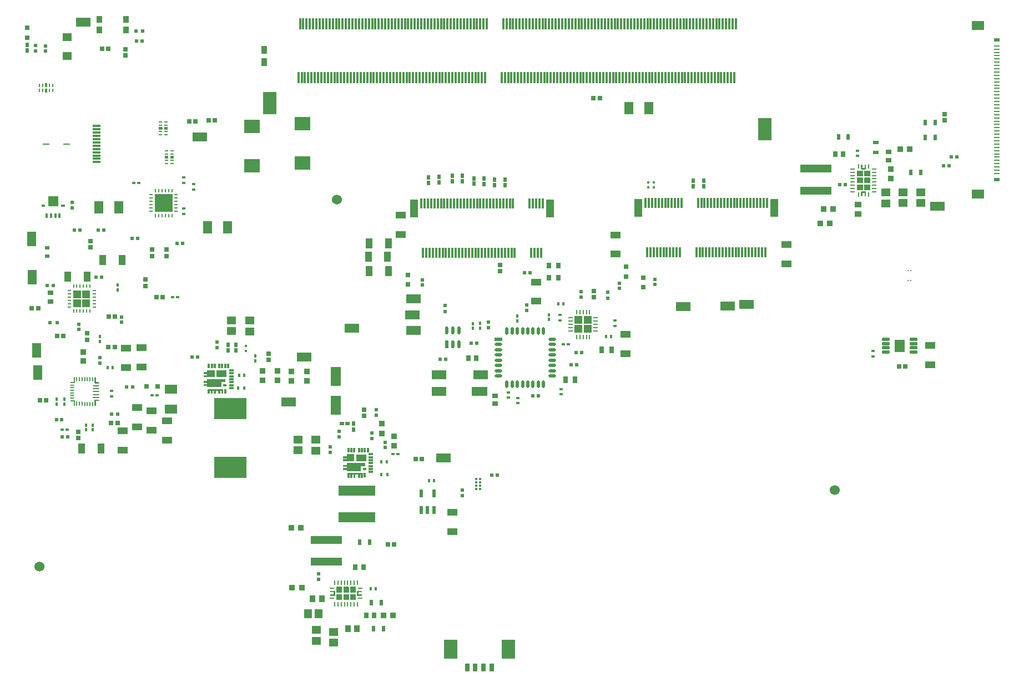
<source format=gbr>
%TF.GenerationSoftware,Altium Limited,Altium Designer,25.8.1 (18)*%
G04 Layer_Color=8421504*
%FSLAX45Y45*%
%MOMM*%
%TF.SameCoordinates,716D66D7-A0E9-4909-A487-8E51579E39AF*%
%TF.FilePolarity,Positive*%
%TF.FileFunction,Paste,Top*%
%TF.Part,Single*%
G01*
G75*
%TA.AperFunction,SMDPad,CuDef*%
%ADD10R,2.00000X3.50000*%
%ADD11R,0.30000X1.75000*%
%ADD12R,0.95814X0.91213*%
%ADD13R,0.70000X0.65000*%
%ADD14R,0.92000X1.30000*%
%ADD15R,0.67248X0.71535*%
%ADD16R,0.30000X0.72500*%
%ADD17R,0.57247X0.61535*%
%ADD18C,0.82688*%
%ADD19R,1.45620X1.25464*%
%ADD20R,2.33000X1.99000*%
%ADD21R,0.61535X0.57247*%
G04:AMPARAMS|DCode=22|XSize=0.2mm|YSize=1mm|CornerRadius=0.05mm|HoleSize=0mm|Usage=FLASHONLY|Rotation=270.000|XOffset=0mm|YOffset=0mm|HoleType=Round|Shape=RoundedRectangle|*
%AMROUNDEDRECTD22*
21,1,0.20000,0.90000,0,0,270.0*
21,1,0.10000,1.00000,0,0,270.0*
1,1,0.10000,-0.45000,-0.05000*
1,1,0.10000,-0.45000,0.05000*
1,1,0.10000,0.45000,0.05000*
1,1,0.10000,0.45000,-0.05000*
%
%ADD22ROUNDEDRECTD22*%
%ADD23C,1.52400*%
%ADD24R,0.28000X0.25000*%
%ADD25R,1.60000X1.05000*%
%ADD26R,0.50000X0.40000*%
%ADD27R,0.71535X0.67248*%
G04:AMPARAMS|DCode=28|XSize=0.45mm|YSize=1.15mm|CornerRadius=0.0495mm|HoleSize=0mm|Usage=FLASHONLY|Rotation=90.000|XOffset=0mm|YOffset=0mm|HoleType=Round|Shape=RoundedRectangle|*
%AMROUNDEDRECTD28*
21,1,0.45000,1.05100,0,0,90.0*
21,1,0.35100,1.15000,0,0,90.0*
1,1,0.09900,0.52550,0.17550*
1,1,0.09900,0.52550,-0.17550*
1,1,0.09900,-0.52550,-0.17550*
1,1,0.09900,-0.52550,0.17550*
%
%ADD28ROUNDEDRECTD28*%
G04:AMPARAMS|DCode=29|XSize=1.57mm|YSize=1.89mm|CornerRadius=0.0471mm|HoleSize=0mm|Usage=FLASHONLY|Rotation=0.000|XOffset=0mm|YOffset=0mm|HoleType=Round|Shape=RoundedRectangle|*
%AMROUNDEDRECTD29*
21,1,1.57000,1.79580,0,0,0.0*
21,1,1.47580,1.89000,0,0,0.0*
1,1,0.09420,0.73790,-0.89790*
1,1,0.09420,-0.73790,-0.89790*
1,1,0.09420,-0.73790,0.89790*
1,1,0.09420,0.73790,0.89790*
%
%ADD29ROUNDEDRECTD29*%
%ADD30R,0.45000X0.50000*%
%ADD31R,1.85000X1.35000*%
%ADD32R,0.50000X0.45000*%
%ADD33R,4.95300X3.17500*%
%ADD34R,0.91213X0.95814*%
%ADD35R,1.60000X3.00000*%
%ADD36R,2.20000X1.40000*%
%ADD37R,0.65000X0.70000*%
G04:AMPARAMS|DCode=38|XSize=0.24mm|YSize=0.58mm|CornerRadius=0.0504mm|HoleSize=0mm|Usage=FLASHONLY|Rotation=0.000|XOffset=0mm|YOffset=0mm|HoleType=Round|Shape=RoundedRectangle|*
%AMROUNDEDRECTD38*
21,1,0.24000,0.47920,0,0,0.0*
21,1,0.13920,0.58000,0,0,0.0*
1,1,0.10080,0.06960,-0.23960*
1,1,0.10080,-0.06960,-0.23960*
1,1,0.10080,-0.06960,0.23960*
1,1,0.10080,0.06960,0.23960*
%
%ADD38ROUNDEDRECTD38*%
%ADD39R,1.05000X1.60000*%
%ADD40R,0.47247X0.51535*%
%ADD41R,0.30000X1.55000*%
%ADD42R,0.80000X0.90000*%
G04:AMPARAMS|DCode=43|XSize=0.3mm|YSize=1.55mm|CornerRadius=0.0225mm|HoleSize=0mm|Usage=FLASHONLY|Rotation=0.000|XOffset=0mm|YOffset=0mm|HoleType=Round|Shape=RoundedRectangle|*
%AMROUNDEDRECTD43*
21,1,0.30000,1.50500,0,0,0.0*
21,1,0.25500,1.55000,0,0,0.0*
1,1,0.04500,0.12750,-0.75250*
1,1,0.04500,-0.12750,-0.75250*
1,1,0.04500,-0.12750,0.75250*
1,1,0.04500,0.12750,0.75250*
%
%ADD43ROUNDEDRECTD43*%
%ADD44R,0.90000X0.25000*%
%ADD45R,1.90000X1.40000*%
%ADD46R,0.90000X0.55000*%
%ADD47R,0.50000X0.90000*%
%ADD48R,0.95872X0.91213*%
%ADD49R,0.90000X0.50000*%
G04:AMPARAMS|DCode=51|XSize=0.24mm|YSize=0.6mm|CornerRadius=0.0504mm|HoleSize=0mm|Usage=FLASHONLY|Rotation=0.000|XOffset=0mm|YOffset=0mm|HoleType=Round|Shape=RoundedRectangle|*
%AMROUNDEDRECTD51*
21,1,0.24000,0.49920,0,0,0.0*
21,1,0.13920,0.60000,0,0,0.0*
1,1,0.10080,0.06960,-0.24960*
1,1,0.10080,-0.06960,-0.24960*
1,1,0.10080,-0.06960,0.24960*
1,1,0.10080,0.06960,0.24960*
%
%ADD51ROUNDEDRECTD51*%
%ADD52R,1.05000X0.95000*%
G04:AMPARAMS|DCode=54|XSize=0.24mm|YSize=0.6mm|CornerRadius=0.0504mm|HoleSize=0mm|Usage=FLASHONLY|Rotation=90.000|XOffset=0mm|YOffset=0mm|HoleType=Round|Shape=RoundedRectangle|*
%AMROUNDEDRECTD54*
21,1,0.24000,0.49920,0,0,90.0*
21,1,0.13920,0.60000,0,0,90.0*
1,1,0.10080,0.24960,0.06960*
1,1,0.10080,0.24960,-0.06960*
1,1,0.10080,-0.24960,-0.06960*
1,1,0.10080,-0.24960,0.06960*
%
%ADD54ROUNDEDRECTD54*%
G04:AMPARAMS|DCode=55|XSize=0.48583mm|YSize=1.18828mm|CornerRadius=0.24292mm|HoleSize=0mm|Usage=FLASHONLY|Rotation=0.000|XOffset=0mm|YOffset=0mm|HoleType=Round|Shape=RoundedRectangle|*
%AMROUNDEDRECTD55*
21,1,0.48583,0.70245,0,0,0.0*
21,1,0.00000,1.18828,0,0,0.0*
1,1,0.48583,0.00000,-0.35123*
1,1,0.48583,0.00000,-0.35123*
1,1,0.48583,0.00000,0.35123*
1,1,0.48583,0.00000,0.35123*
%
%ADD55ROUNDEDRECTD55*%
G04:AMPARAMS|DCode=56|XSize=1.18828mm|YSize=0.48583mm|CornerRadius=0.24292mm|HoleSize=0mm|Usage=FLASHONLY|Rotation=0.000|XOffset=0mm|YOffset=0mm|HoleType=Round|Shape=RoundedRectangle|*
%AMROUNDEDRECTD56*
21,1,1.18828,0.00000,0,0,0.0*
21,1,0.70245,0.48583,0,0,0.0*
1,1,0.48583,0.35123,0.00000*
1,1,0.48583,-0.35123,0.00000*
1,1,0.48583,-0.35123,0.00000*
1,1,0.48583,0.35123,0.00000*
%
%ADD56ROUNDEDRECTD56*%
%ADD57R,1.18828X0.48583*%
%ADD58R,0.75000X0.90000*%
%ADD59R,0.90000X0.75000*%
G04:AMPARAMS|DCode=60|XSize=1.20524mm|YSize=0.52981mm|CornerRadius=0.2649mm|HoleSize=0mm|Usage=FLASHONLY|Rotation=90.000|XOffset=0mm|YOffset=0mm|HoleType=Round|Shape=RoundedRectangle|*
%AMROUNDEDRECTD60*
21,1,1.20524,0.00000,0,0,90.0*
21,1,0.67543,0.52981,0,0,90.0*
1,1,0.52980,0.00000,0.33772*
1,1,0.52980,0.00000,-0.33772*
1,1,0.52980,0.00000,-0.33772*
1,1,0.52980,0.00000,0.33772*
%
%ADD60ROUNDEDRECTD60*%
%TA.AperFunction,ConnectorPad*%
%ADD61R,0.80000X1.30000*%
%TA.AperFunction,SMDPad,CuDef*%
%ADD62R,0.42000X0.31000*%
%ADD64R,0.60000X0.50000*%
%ADD66R,0.25000X0.60000*%
%ADD67R,0.60000X0.25000*%
%ADD68R,2.70000X2.70000*%
%ADD69R,0.90000X1.00000*%
%ADD70R,1.40000X1.30000*%
%ADD71R,1.20000X0.30000*%
%ADD72R,1.00000X0.20000*%
%ADD74R,0.80000X0.80000*%
%ADD75R,0.52000X0.56000*%
%ADD77R,1.40000X2.20000*%
%ADD78R,0.65000X0.60000*%
%ADD79R,0.60000X0.65000*%
%ADD80R,0.72500X0.30000*%
%ADD81R,1.57500X1.05000*%
%ADD82R,0.40000X0.50000*%
%ADD83R,0.45000X0.60000*%
G04:AMPARAMS|DCode=84|XSize=1.21mm|YSize=0.59mm|CornerRadius=0.07375mm|HoleSize=0mm|Usage=FLASHONLY|Rotation=90.000|XOffset=0mm|YOffset=0mm|HoleType=Round|Shape=RoundedRectangle|*
%AMROUNDEDRECTD84*
21,1,1.21000,0.44250,0,0,90.0*
21,1,1.06250,0.59000,0,0,90.0*
1,1,0.14750,0.22125,0.53125*
1,1,0.14750,0.22125,-0.53125*
1,1,0.14750,-0.22125,-0.53125*
1,1,0.14750,-0.22125,0.53125*
%
%ADD84ROUNDEDRECTD84*%
%ADD85C,1.08000*%
%ADD86R,0.95000X1.05000*%
%ADD87R,1.25464X1.45620*%
%TA.AperFunction,ConnectorPad*%
%ADD88R,0.71535X0.67248*%
%TA.AperFunction,SMDPad,CuDef*%
%ADD89R,0.95000X0.85000*%
G04:AMPARAMS|DCode=90|XSize=0.2mm|YSize=0.6mm|CornerRadius=0.05mm|HoleSize=0mm|Usage=FLASHONLY|Rotation=270.000|XOffset=0mm|YOffset=0mm|HoleType=Round|Shape=RoundedRectangle|*
%AMROUNDEDRECTD90*
21,1,0.20000,0.50000,0,0,270.0*
21,1,0.10000,0.60000,0,0,270.0*
1,1,0.10000,-0.25000,-0.05000*
1,1,0.10000,-0.25000,0.05000*
1,1,0.10000,0.25000,0.05000*
1,1,0.10000,0.25000,-0.05000*
%
%ADD90ROUNDEDRECTD90*%
%ADD91R,0.51535X0.47247*%
%ADD92R,0.76000X0.72000*%
G04:AMPARAMS|DCode=93|XSize=0.6mm|YSize=0.24mm|CornerRadius=0.0504mm|HoleSize=0mm|Usage=FLASHONLY|Rotation=270.000|XOffset=0mm|YOffset=0mm|HoleType=Round|Shape=RoundedRectangle|*
%AMROUNDEDRECTD93*
21,1,0.60000,0.13920,0,0,270.0*
21,1,0.49920,0.24000,0,0,270.0*
1,1,0.10080,-0.06960,-0.24960*
1,1,0.10080,-0.06960,0.24960*
1,1,0.10080,0.06960,0.24960*
1,1,0.10080,0.06960,-0.24960*
%
%ADD93ROUNDEDRECTD93*%
%ADD94R,4.70000X1.18000*%
%ADD95R,5.60000X1.55000*%
%ADD96R,0.50000X0.55000*%
%ADD97R,0.52981X1.20524*%
G04:AMPARAMS|DCode=98|XSize=0.6mm|YSize=0.24mm|CornerRadius=0.0504mm|HoleSize=0mm|Usage=FLASHONLY|Rotation=0.000|XOffset=0mm|YOffset=0mm|HoleType=Round|Shape=RoundedRectangle|*
%AMROUNDEDRECTD98*
21,1,0.60000,0.13920,0,0,0.0*
21,1,0.49920,0.24000,0,0,0.0*
1,1,0.10080,0.24960,-0.06960*
1,1,0.10080,-0.24960,-0.06960*
1,1,0.10080,-0.24960,0.06960*
1,1,0.10080,0.24960,0.06960*
%
%ADD98ROUNDEDRECTD98*%
%ADD99R,0.80000X0.80000*%
G04:AMPARAMS|DCode=100|XSize=0.65mm|YSize=0.2mm|CornerRadius=0.05mm|HoleSize=0mm|Usage=FLASHONLY|Rotation=270.000|XOffset=0mm|YOffset=0mm|HoleType=Round|Shape=RoundedRectangle|*
%AMROUNDEDRECTD100*
21,1,0.65000,0.10000,0,0,270.0*
21,1,0.55000,0.20000,0,0,270.0*
1,1,0.10000,-0.05000,-0.27500*
1,1,0.10000,-0.05000,0.27500*
1,1,0.10000,0.05000,0.27500*
1,1,0.10000,0.05000,-0.27500*
%
%ADD100ROUNDEDRECTD100*%
G04:AMPARAMS|DCode=101|XSize=0.6mm|YSize=0.2mm|CornerRadius=0.05mm|HoleSize=0mm|Usage=FLASHONLY|Rotation=270.000|XOffset=0mm|YOffset=0mm|HoleType=Round|Shape=RoundedRectangle|*
%AMROUNDEDRECTD101*
21,1,0.60000,0.10000,0,0,270.0*
21,1,0.50000,0.20000,0,0,270.0*
1,1,0.10000,-0.05000,-0.25000*
1,1,0.10000,-0.05000,0.25000*
1,1,0.10000,0.05000,0.25000*
1,1,0.10000,0.05000,-0.25000*
%
%ADD101ROUNDEDRECTD101*%
%ADD102R,0.60000X0.55000*%
%ADD103C,0.17501*%
G04:AMPARAMS|DCode=104|XSize=0.68mm|YSize=0.2mm|CornerRadius=0.05mm|HoleSize=0mm|Usage=FLASHONLY|Rotation=270.000|XOffset=0mm|YOffset=0mm|HoleType=Round|Shape=RoundedRectangle|*
%AMROUNDEDRECTD104*
21,1,0.68000,0.10000,0,0,270.0*
21,1,0.58000,0.20000,0,0,270.0*
1,1,0.10000,-0.05000,-0.29000*
1,1,0.10000,-0.05000,0.29000*
1,1,0.10000,0.05000,0.29000*
1,1,0.10000,0.05000,-0.29000*
%
%ADD104ROUNDEDRECTD104*%
G04:AMPARAMS|DCode=105|XSize=0.2mm|YSize=0.95mm|CornerRadius=0.05mm|HoleSize=0mm|Usage=FLASHONLY|Rotation=270.000|XOffset=0mm|YOffset=0mm|HoleType=Round|Shape=RoundedRectangle|*
%AMROUNDEDRECTD105*
21,1,0.20000,0.85000,0,0,270.0*
21,1,0.10000,0.95000,0,0,270.0*
1,1,0.10000,-0.42500,-0.05000*
1,1,0.10000,-0.42500,0.05000*
1,1,0.10000,0.42500,0.05000*
1,1,0.10000,0.42500,-0.05000*
%
%ADD105ROUNDEDRECTD105*%
%ADD106C,0.19159*%
G04:AMPARAMS|DCode=107|XSize=0.7mm|YSize=0.2mm|CornerRadius=0.05mm|HoleSize=0mm|Usage=FLASHONLY|Rotation=270.000|XOffset=0mm|YOffset=0mm|HoleType=Round|Shape=RoundedRectangle|*
%AMROUNDEDRECTD107*
21,1,0.70000,0.10000,0,0,270.0*
21,1,0.60000,0.20000,0,0,270.0*
1,1,0.10000,-0.05000,-0.30000*
1,1,0.10000,-0.05000,0.30000*
1,1,0.10000,0.05000,0.30000*
1,1,0.10000,0.05000,-0.30000*
%
%ADD107ROUNDEDRECTD107*%
G04:AMPARAMS|DCode=108|XSize=0.58mm|YSize=0.24mm|CornerRadius=0.0504mm|HoleSize=0mm|Usage=FLASHONLY|Rotation=0.000|XOffset=0mm|YOffset=0mm|HoleType=Round|Shape=RoundedRectangle|*
%AMROUNDEDRECTD108*
21,1,0.58000,0.13920,0,0,0.0*
21,1,0.47920,0.24000,0,0,0.0*
1,1,0.10080,0.23960,-0.06960*
1,1,0.10080,-0.23960,-0.06960*
1,1,0.10080,-0.23960,0.06960*
1,1,0.10080,0.23960,0.06960*
%
%ADD108ROUNDEDRECTD108*%
%ADD109C,0.15750*%
%ADD110R,0.96213X0.93504*%
%ADD111R,0.86213X0.73504*%
%ADD112R,0.73504X0.86213*%
%ADD113R,0.90000X1.05000*%
%ADD114R,1.35000X1.85000*%
%TA.AperFunction,ConnectorPad*%
%ADD115R,2.10000X3.00000*%
%TA.AperFunction,SMDPad,CuDef*%
%ADD116R,1.20000X2.75000*%
%ADD117R,0.40000X0.75000*%
%ADD119R,0.45000X0.45000*%
%ADD120R,0.57247X0.63933*%
G04:AMPARAMS|DCode=121|XSize=1.2mm|YSize=2.75mm|CornerRadius=0.09mm|HoleSize=0mm|Usage=FLASHONLY|Rotation=0.000|XOffset=0mm|YOffset=0mm|HoleType=Round|Shape=RoundedRectangle|*
%AMROUNDEDRECTD121*
21,1,1.20000,2.57000,0,0,0.0*
21,1,1.02000,2.75000,0,0,0.0*
1,1,0.18000,0.51000,-1.28500*
1,1,0.18000,-0.51000,-1.28500*
1,1,0.18000,-0.51000,1.28500*
1,1,0.18000,0.51000,1.28500*
%
%ADD121ROUNDEDRECTD121*%
%ADD122R,2.40000X1.40000*%
G04:AMPARAMS|DCode=123|XSize=0.565mm|YSize=0.2mm|CornerRadius=0.05mm|HoleSize=0mm|Usage=FLASHONLY|Rotation=0.000|XOffset=0mm|YOffset=0mm|HoleType=Round|Shape=RoundedRectangle|*
%AMROUNDEDRECTD123*
21,1,0.56500,0.10000,0,0,0.0*
21,1,0.46500,0.20000,0,0,0.0*
1,1,0.10000,0.23250,-0.05000*
1,1,0.10000,-0.23250,-0.05000*
1,1,0.10000,-0.23250,0.05000*
1,1,0.10000,0.23250,0.05000*
%
%ADD123ROUNDEDRECTD123*%
G04:AMPARAMS|DCode=124|XSize=0.565mm|YSize=0.2mm|CornerRadius=0.05mm|HoleSize=0mm|Usage=FLASHONLY|Rotation=270.000|XOffset=0mm|YOffset=0mm|HoleType=Round|Shape=RoundedRectangle|*
%AMROUNDEDRECTD124*
21,1,0.56500,0.10000,0,0,270.0*
21,1,0.46500,0.20000,0,0,270.0*
1,1,0.10000,-0.05000,-0.23250*
1,1,0.10000,-0.05000,0.23250*
1,1,0.10000,0.05000,0.23250*
1,1,0.10000,0.05000,-0.23250*
%
%ADD124ROUNDEDRECTD124*%
%ADD125C,0.27233*%
%ADD126R,0.58000X0.38000*%
%ADD127R,0.30000X0.73000*%
%ADD128R,0.43000X0.31000*%
%ADD129R,0.81213X0.65872*%
%ADD130R,0.75000X1.00000*%
%ADD131R,0.60000X0.60000*%
%ADD132R,0.55000X0.55000*%
%TA.AperFunction,NonConductor*%
%ADD224R,0.76000X0.52000*%
%ADD225R,1.18800X1.18800*%
G36*
X3015832Y11627489D02*
X3017239Y11626082D01*
X3018000Y11624244D01*
Y11623250D01*
Y11576750D01*
Y11575755D01*
X3017239Y11573918D01*
X3015832Y11572511D01*
X3013994Y11571750D01*
X2986005D01*
X2984168Y11572511D01*
X2982761Y11573918D01*
X2982000Y11575755D01*
Y11576750D01*
Y11623250D01*
Y11624244D01*
X2982761Y11626082D01*
X2984168Y11627489D01*
X2986005Y11628250D01*
X3013994D01*
X3015832Y11627489D01*
D02*
G37*
G36*
Y11543989D02*
X3017239Y11542582D01*
X3018000Y11540744D01*
Y11539750D01*
Y11493250D01*
Y11492255D01*
X3017239Y11490417D01*
X3015832Y11489011D01*
X3013994Y11488250D01*
X2986005D01*
X2984168Y11489011D01*
X2982761Y11490417D01*
X2982000Y11492255D01*
Y11493250D01*
Y11539750D01*
Y11540744D01*
X2982761Y11542582D01*
X2984168Y11543989D01*
X2986005Y11544750D01*
X3013994D01*
X3015832Y11543989D01*
D02*
G37*
G36*
X4856082Y10957239D02*
X4857489Y10955832D01*
X4858250Y10953994D01*
Y10953000D01*
Y10927000D01*
Y10926005D01*
X4857489Y10924168D01*
X4856082Y10922761D01*
X4854245Y10922000D01*
X4805755D01*
X4803918Y10922761D01*
X4802511Y10924168D01*
X4801750Y10926005D01*
Y10927000D01*
Y10953000D01*
Y10953994D01*
X4802511Y10955832D01*
X4803918Y10957239D01*
X4805755Y10958000D01*
X4854245D01*
X4856082Y10957239D01*
D02*
G37*
G36*
X4772582D02*
X4773989Y10955832D01*
X4774750Y10953994D01*
Y10953000D01*
Y10927000D01*
Y10926005D01*
X4773989Y10924168D01*
X4772582Y10922761D01*
X4770744Y10922000D01*
X4722255D01*
X4720418Y10922761D01*
X4719011Y10924168D01*
X4718250Y10926005D01*
Y10927000D01*
Y10953000D01*
Y10953994D01*
X4719011Y10955832D01*
X4720418Y10957239D01*
X4722255Y10958000D01*
X4770744D01*
X4772582Y10957239D01*
D02*
G37*
G36*
X4947832Y10517239D02*
X4949239Y10515832D01*
X4950000Y10513994D01*
Y10513000D01*
Y10487000D01*
Y10486005D01*
X4949239Y10484168D01*
X4947832Y10482761D01*
X4945994Y10482000D01*
X4897505D01*
X4895668Y10482761D01*
X4894261Y10484168D01*
X4893500Y10486005D01*
Y10487000D01*
Y10513000D01*
Y10513994D01*
X4894261Y10515832D01*
X4895668Y10517239D01*
X4897505Y10518000D01*
X4945994D01*
X4947832Y10517239D01*
D02*
G37*
G36*
X4864332D02*
X4865739Y10515832D01*
X4866500Y10513994D01*
Y10513000D01*
Y10487000D01*
Y10486005D01*
X4865739Y10484168D01*
X4864332Y10482761D01*
X4862494Y10482000D01*
X4814005D01*
X4812167Y10482761D01*
X4810761Y10484168D01*
X4810000Y10486005D01*
Y10487000D01*
Y10513000D01*
Y10513994D01*
X4810761Y10515832D01*
X4812167Y10517239D01*
X4814005Y10518000D01*
X4862494D01*
X4864332Y10517239D01*
D02*
G37*
G36*
X15493640Y10389760D02*
X15503641D01*
X15503641Y10389760D01*
X15504634Y10389760D01*
X15506471Y10388999D01*
X15507878Y10387592D01*
X15508640Y10385755D01*
Y10384760D01*
Y10317260D01*
X15508640D01*
X15508640Y10316265D01*
X15507878Y10314428D01*
X15506471Y10313021D01*
X15504634Y10312260D01*
X15503641D01*
X15438641Y10312260D01*
X15438640D01*
X15437646Y10312260D01*
X15435808Y10313021D01*
X15434402Y10314428D01*
X15433640Y10316265D01*
Y10317260D01*
X15433641Y10384760D01*
X15433641Y10385754D01*
X15434402Y10387592D01*
X15435808Y10388999D01*
X15437646Y10389760D01*
X15438640D01*
X15448640Y10389760D01*
X15448640Y10389760D01*
X15449635D01*
X15451472Y10388998D01*
X15452879Y10387592D01*
X15453641Y10385754D01*
Y10384760D01*
X15453641Y10337260D01*
X15488640D01*
X15488640Y10384760D01*
Y10384760D01*
X15488638Y10385754D01*
X15489401Y10387592D01*
X15490807Y10388999D01*
X15492645Y10389760D01*
X15493640Y10389760D01*
D02*
G37*
G36*
X15570972Y10291499D02*
X15572379Y10290092D01*
X15573140Y10288255D01*
Y10287260D01*
Y10212260D01*
Y10211265D01*
X15572379Y10209428D01*
X15570972Y10208021D01*
X15569135Y10207260D01*
X15485146D01*
X15483308Y10208021D01*
X15481902Y10209428D01*
X15481140Y10211265D01*
Y10212260D01*
Y10287260D01*
Y10288255D01*
X15481902Y10290092D01*
X15483308Y10291499D01*
X15485146Y10292260D01*
X15569135D01*
X15570972Y10291499D01*
D02*
G37*
G36*
X15458972D02*
X15460379Y10290092D01*
X15461140Y10288255D01*
Y10287260D01*
Y10212260D01*
Y10211265D01*
X15460379Y10209428D01*
X15458972Y10208021D01*
X15457133Y10207260D01*
X15373145D01*
X15371307Y10208021D01*
X15369901Y10209428D01*
X15369141Y10211265D01*
Y10212260D01*
Y10287260D01*
Y10288255D01*
X15369901Y10290092D01*
X15371307Y10291499D01*
X15373145Y10292260D01*
X15457133D01*
X15458972Y10291499D01*
D02*
G37*
G36*
X15570972Y10186499D02*
X15572379Y10185092D01*
X15573140Y10183254D01*
Y10182260D01*
Y10107260D01*
Y10106265D01*
X15572379Y10104428D01*
X15570972Y10103021D01*
X15569135Y10102260D01*
X15485146D01*
X15483308Y10103021D01*
X15481902Y10104428D01*
X15481140Y10106265D01*
Y10107260D01*
Y10182260D01*
Y10183254D01*
X15481902Y10185092D01*
X15483308Y10186499D01*
X15485146Y10187260D01*
X15569135D01*
X15570972Y10186499D01*
D02*
G37*
G36*
X15458972D02*
X15460379Y10185092D01*
X15461140Y10183254D01*
Y10182260D01*
Y10107260D01*
Y10106265D01*
X15460379Y10104428D01*
X15458972Y10103021D01*
X15457133Y10102260D01*
X15373145D01*
X15371307Y10103021D01*
X15369901Y10104428D01*
X15369141Y10106265D01*
Y10107260D01*
Y10182260D01*
Y10183254D01*
X15369901Y10185092D01*
X15371307Y10186499D01*
X15373145Y10187260D01*
X15457133D01*
X15458972Y10186499D01*
D02*
G37*
G36*
X15570972Y10081499D02*
X15572379Y10080092D01*
X15573140Y10078254D01*
Y10077260D01*
Y10002260D01*
Y10001265D01*
X15572379Y9999428D01*
X15570972Y9998021D01*
X15569135Y9997260D01*
X15485146D01*
X15483308Y9998021D01*
X15481902Y9999428D01*
X15481140Y10001265D01*
Y10002260D01*
Y10077260D01*
Y10078254D01*
X15481902Y10080092D01*
X15483308Y10081499D01*
X15485146Y10082260D01*
X15569135D01*
X15570972Y10081499D01*
D02*
G37*
G36*
X15458972D02*
X15460379Y10080092D01*
X15461140Y10078254D01*
Y10077260D01*
Y10002260D01*
Y10001265D01*
X15460379Y9999428D01*
X15458972Y9998021D01*
X15457133Y9997260D01*
X15373145D01*
X15371307Y9998021D01*
X15369901Y9999428D01*
X15369141Y10001265D01*
Y10002260D01*
Y10077260D01*
Y10078254D01*
X15369901Y10080092D01*
X15371307Y10081499D01*
X15373145Y10082260D01*
X15457133D01*
X15458972Y10081499D01*
D02*
G37*
G36*
X15503639Y9977260D02*
X15504634Y9977260D01*
X15506471Y9976499D01*
X15507878Y9975092D01*
X15508640Y9973254D01*
Y9972260D01*
X15508640Y9904760D01*
X15508640Y9904760D01*
X15508640Y9903765D01*
X15507878Y9901928D01*
X15506471Y9900521D01*
X15504634Y9899760D01*
X15493639D01*
Y9899760D01*
X15492644D01*
X15490807Y9900522D01*
X15489401Y9901928D01*
X15488640Y9903766D01*
Y9904760D01*
Y9952260D01*
X15453641D01*
X15453641Y9904760D01*
X15453641D01*
X15453641Y9903765D01*
X15452879Y9901927D01*
X15451472Y9900521D01*
X15449635Y9899760D01*
X15448640Y9899760D01*
X15438640Y9899760D01*
X15437646Y9899760D01*
X15435808Y9900521D01*
X15434402Y9901928D01*
X15433640Y9903765D01*
Y9904760D01*
X15433641Y9972260D01*
X15433641Y9972260D01*
X15433641Y9973255D01*
X15434402Y9975092D01*
X15435808Y9976499D01*
X15437646Y9977260D01*
X15438640D01*
X15503639Y9977260D01*
Y9977260D01*
D02*
G37*
G36*
X3187500Y9754000D02*
X3032500D01*
Y9906000D01*
X3187500D01*
Y9754000D01*
D02*
G37*
G36*
X3285500Y9740000D02*
X3233000D01*
Y9780000D01*
X3285500D01*
Y9740000D01*
D02*
G37*
G36*
X2987000D02*
X2934500D01*
Y9780000D01*
X2987000D01*
Y9740000D01*
D02*
G37*
G36*
X3671632Y8466789D02*
X3673039Y8465382D01*
X3673800Y8463544D01*
Y8462550D01*
Y8353750D01*
Y8352755D01*
X3673039Y8350918D01*
X3671632Y8349511D01*
X3669795Y8348750D01*
X3559005D01*
X3557168Y8349511D01*
X3555761Y8350918D01*
X3555000Y8352755D01*
Y8353750D01*
Y8462550D01*
Y8463544D01*
X3555761Y8465382D01*
X3557168Y8466789D01*
X3559005Y8467550D01*
X3669795D01*
X3671632Y8466789D01*
D02*
G37*
G36*
X3532832D02*
X3534239Y8465382D01*
X3535000Y8463544D01*
Y8462550D01*
Y8353750D01*
Y8352755D01*
X3534239Y8350918D01*
X3532832Y8349511D01*
X3530994Y8348750D01*
X3420205D01*
X3418368Y8349511D01*
X3416961Y8350918D01*
X3416200Y8352755D01*
Y8353750D01*
Y8462550D01*
Y8463544D01*
X3416961Y8465382D01*
X3418368Y8466789D01*
X3420205Y8467550D01*
X3530994D01*
X3532832Y8466789D01*
D02*
G37*
G36*
X3671632Y8327989D02*
X3673039Y8326582D01*
X3673800Y8324744D01*
Y8323750D01*
Y8214950D01*
Y8213955D01*
X3673039Y8212117D01*
X3671632Y8210711D01*
X3669795Y8209950D01*
X3559005D01*
X3557168Y8210711D01*
X3555761Y8212117D01*
X3555000Y8213955D01*
Y8214950D01*
Y8323750D01*
Y8324744D01*
X3555761Y8326582D01*
X3557168Y8327989D01*
X3559005Y8328750D01*
X3669795D01*
X3671632Y8327989D01*
D02*
G37*
G36*
X3532832D02*
X3534239Y8326582D01*
X3535000Y8324744D01*
Y8323750D01*
Y8214950D01*
Y8213955D01*
X3534239Y8212117D01*
X3532832Y8210711D01*
X3530994Y8209950D01*
X3420205D01*
X3418368Y8210711D01*
X3416961Y8212117D01*
X3416200Y8213955D01*
Y8214950D01*
Y8323750D01*
Y8324744D01*
X3416961Y8326582D01*
X3418368Y8327989D01*
X3420205Y8328750D01*
X3530994D01*
X3532832Y8327989D01*
D02*
G37*
G36*
X5571250Y7140000D02*
X5401250D01*
Y7170000D01*
X5456250D01*
Y7185000D01*
X5401250D01*
Y7215000D01*
X5456250D01*
Y7245000D01*
X5571250D01*
Y7140000D01*
D02*
G37*
G36*
X3755000Y7140000D02*
X3755994D01*
X3757832Y7139239D01*
X3759239Y7137832D01*
X3760000Y7135994D01*
Y7135000D01*
X3760000D01*
Y7065000D01*
X3805000Y7065000D01*
X3805994D01*
X3807832Y7064239D01*
X3809239Y7062832D01*
X3809999Y7060995D01*
Y7060000D01*
X3810000D01*
X3809999Y7050000D01*
X3810000Y7049005D01*
X3809239Y7047168D01*
X3807832Y7045761D01*
X3805994Y7045000D01*
X3805000D01*
X3805000Y7045000D01*
X3745000Y7045000D01*
X3744005Y7045000D01*
X3742167Y7045761D01*
X3740761Y7047168D01*
X3739999Y7049005D01*
X3740000Y7050000D01*
X3740000Y7135000D01*
X3740000Y7135995D01*
X3740761Y7137832D01*
X3742168Y7139239D01*
X3744005Y7140000D01*
X3745000Y7140000D01*
X3745000Y7140000D01*
X3755000Y7140000D01*
D02*
G37*
G36*
X3437832Y7139239D02*
X3439239Y7137832D01*
X3440000Y7135995D01*
X3440000Y7135000D01*
X3440000Y7055000D01*
X3440000Y7055000D01*
X3440000Y7054005D01*
X3439239Y7052167D01*
X3437833Y7050761D01*
X3435994Y7050000D01*
X3435000Y7050000D01*
X3375000D01*
X3374005Y7050000D01*
X3372167Y7050761D01*
X3370761Y7052168D01*
X3370000Y7054005D01*
X3370000Y7055000D01*
Y7065000D01*
X3370000Y7065995D01*
X3370761Y7067832D01*
X3372167Y7069239D01*
X3374005Y7070000D01*
X3375000Y7070000D01*
X3420000Y7070000D01*
Y7135000D01*
Y7135994D01*
X3420761Y7137832D01*
X3422168Y7139238D01*
X3424005Y7140000D01*
X3425000D01*
X3435000Y7140000D01*
Y7140000D01*
X3435994Y7140000D01*
X3437832Y7139239D01*
D02*
G37*
G36*
X5738750Y7064500D02*
X5673750D01*
Y6990000D01*
X5456250D01*
Y7005000D01*
X5401250D01*
Y7035000D01*
X5456250D01*
Y7050000D01*
X5401250D01*
Y7080000D01*
X5456250D01*
Y7110000D01*
X5738750D01*
Y7064500D01*
D02*
G37*
G36*
X5703750Y6887500D02*
X5673750D01*
Y6932500D01*
X5658750D01*
Y6887500D01*
X5628750D01*
Y6932500D01*
X5588750D01*
Y6887500D01*
X5558750D01*
Y6932500D01*
X5543750D01*
Y6887500D01*
X5513750D01*
Y6932500D01*
X5498750D01*
Y6887500D01*
X5468750D01*
Y6960000D01*
X5703750D01*
Y6887500D01*
D02*
G37*
G36*
X3805000Y6795000D02*
X3805994D01*
X3807832Y6794239D01*
X3809239Y6792832D01*
X3810000Y6790995D01*
X3809999Y6790000D01*
X3810000Y6780000D01*
X3810000Y6780000D01*
X3810000Y6779005D01*
X3809239Y6777168D01*
X3807832Y6775761D01*
X3805994Y6775000D01*
X3805000Y6775000D01*
X3760000D01*
Y6705000D01*
X3760000Y6705000D01*
X3760000Y6704006D01*
X3759239Y6702168D01*
X3757832Y6700761D01*
X3755994Y6700000D01*
X3755000Y6700000D01*
X3745000D01*
X3744005Y6700000D01*
X3742168Y6700761D01*
X3740761Y6702168D01*
X3740000Y6704005D01*
X3740000Y6705000D01*
X3740000Y6790000D01*
Y6790000D01*
X3739999Y6790995D01*
X3740761Y6792832D01*
X3742167Y6794239D01*
X3744005Y6795000D01*
X3745000Y6795000D01*
X3805000Y6795000D01*
X3805000Y6795000D01*
D02*
G37*
G36*
X3437833Y6789239D02*
X3439240Y6787833D01*
X3440000Y6785995D01*
X3440000Y6785000D01*
X3440000D01*
X3440000Y6705000D01*
X3440000Y6704005D01*
X3439239Y6702168D01*
X3437832Y6700761D01*
X3435994Y6700000D01*
X3435000Y6700000D01*
X3424005D01*
X3422168Y6700762D01*
X3420761Y6702168D01*
X3420000Y6704006D01*
Y6705000D01*
Y6705000D01*
Y6770000D01*
X3375000D01*
X3374005Y6770000D01*
X3372167Y6770761D01*
X3370761Y6772168D01*
X3370000Y6774006D01*
X3370000Y6775000D01*
Y6775000D01*
Y6785000D01*
X3370000Y6785995D01*
X3370761Y6787832D01*
X3372167Y6789239D01*
X3374005Y6790000D01*
X3375000D01*
Y6790000D01*
X3435000Y6790000D01*
X3435995Y6790000D01*
X3437833Y6789239D01*
D02*
G37*
G36*
X7701250Y5857301D02*
X7531250D01*
Y5887301D01*
X7586250D01*
Y5902301D01*
X7531250D01*
Y5932301D01*
X7586250D01*
Y5962301D01*
X7701250D01*
Y5857301D01*
D02*
G37*
G36*
X7868750Y5781801D02*
X7803750D01*
Y5707301D01*
X7586250D01*
Y5722301D01*
X7531250D01*
Y5752301D01*
X7586250D01*
Y5767301D01*
X7531250D01*
Y5797301D01*
X7586250D01*
Y5827301D01*
X7868750D01*
Y5781801D01*
D02*
G37*
G36*
X7833750Y5604801D02*
X7803750D01*
Y5649801D01*
X7788750D01*
Y5604801D01*
X7758750D01*
Y5649801D01*
X7718750D01*
Y5604801D01*
X7688750D01*
Y5649801D01*
X7673750D01*
Y5604801D01*
X7643750D01*
Y5649801D01*
X7628750D01*
Y5604801D01*
X7598750D01*
Y5677301D01*
X7833750D01*
Y5604801D01*
D02*
G37*
G36*
X7722552Y3939279D02*
X7723959Y3937872D01*
X7724720Y3936035D01*
Y3935040D01*
Y3853040D01*
Y3852045D01*
X7723959Y3850208D01*
X7722552Y3848801D01*
X7720715Y3848040D01*
X7643725D01*
X7641888Y3848801D01*
X7640481Y3850208D01*
X7639720Y3852045D01*
Y3853040D01*
Y3935040D01*
Y3936035D01*
X7640481Y3937872D01*
X7641888Y3939279D01*
X7643725Y3940040D01*
X7720715D01*
X7722552Y3939279D01*
D02*
G37*
G36*
X7617552D02*
X7618959Y3937872D01*
X7619720Y3936035D01*
Y3935040D01*
Y3853040D01*
Y3852045D01*
X7618959Y3850208D01*
X7617552Y3848801D01*
X7615715Y3848040D01*
X7538725D01*
X7536888Y3848801D01*
X7535481Y3850208D01*
X7534720Y3852045D01*
Y3853040D01*
Y3935040D01*
Y3936035D01*
X7535481Y3937872D01*
X7536888Y3939279D01*
X7538725Y3940040D01*
X7615715D01*
X7617552Y3939279D01*
D02*
G37*
G36*
X7512552D02*
X7513959Y3937872D01*
X7514720Y3936035D01*
Y3935040D01*
Y3853040D01*
Y3852045D01*
X7513959Y3850208D01*
X7512552Y3848801D01*
X7510714Y3848040D01*
X7433725D01*
X7431888Y3848801D01*
X7430481Y3850208D01*
X7429720Y3852045D01*
Y3853040D01*
Y3935040D01*
Y3936035D01*
X7430481Y3937872D01*
X7431888Y3939279D01*
X7433725Y3940040D01*
X7510714D01*
X7512552Y3939279D01*
D02*
G37*
G36*
X7404720Y3875539D02*
X7405715Y3875539D01*
X7407552Y3874778D01*
X7408959Y3873371D01*
X7409720Y3871534D01*
Y3870540D01*
X7409720Y3805541D01*
X7409720Y3805541D01*
X7409720Y3804546D01*
X7408959Y3802708D01*
X7407552Y3801302D01*
X7405714Y3800541D01*
X7404720D01*
X7337220Y3800541D01*
X7337220D01*
X7336225Y3800541D01*
X7334388Y3801302D01*
X7332981Y3802708D01*
X7332220Y3804546D01*
Y3805540D01*
Y3815541D01*
X7332220Y3815541D01*
Y3816536D01*
X7332982Y3818373D01*
X7334388Y3819779D01*
X7336226Y3820540D01*
X7337220D01*
X7384720Y3820540D01*
Y3855540D01*
X7337220Y3855540D01*
X7336225Y3855539D01*
X7334387Y3856301D01*
X7332981Y3857707D01*
X7332220Y3859545D01*
X7332220Y3860540D01*
X7332221Y3870540D01*
X7332220Y3871534D01*
X7332982Y3873372D01*
X7334388Y3874778D01*
X7336225Y3875539D01*
X7404720D01*
X7404720Y3875539D01*
D02*
G37*
G36*
X7817220Y3875539D02*
Y3875539D01*
X7818214Y3875539D01*
X7820052Y3874778D01*
X7821459Y3873372D01*
X7822220Y3871534D01*
Y3870540D01*
X7822220Y3860539D01*
X7822220D01*
Y3859544D01*
X7821458Y3857707D01*
X7820052Y3856301D01*
X7818214Y3855540D01*
X7769720D01*
Y3820540D01*
X7817220Y3820540D01*
X7817220Y3820540D01*
X7818214Y3820540D01*
X7820052Y3819779D01*
X7821459Y3818373D01*
X7822220Y3816535D01*
X7822220Y3815540D01*
Y3805540D01*
X7822220D01*
X7822220Y3804546D01*
X7821459Y3802708D01*
X7820052Y3801302D01*
X7818215Y3800541D01*
X7817220D01*
X7749720Y3800541D01*
Y3800541D01*
X7748725Y3800541D01*
X7746888Y3801302D01*
X7745481Y3802708D01*
X7744720Y3804546D01*
Y3805540D01*
X7744720Y3870539D01*
X7744720Y3871534D01*
X7745481Y3873372D01*
X7746888Y3874778D01*
X7748725Y3875539D01*
X7749720D01*
X7817220Y3875539D01*
D02*
G37*
G36*
X7722552Y3827279D02*
X7723959Y3825872D01*
X7724720Y3824035D01*
Y3823040D01*
Y3741040D01*
Y3740045D01*
X7723959Y3738208D01*
X7722552Y3736801D01*
X7720715Y3736040D01*
X7643725D01*
X7641888Y3736801D01*
X7640481Y3738208D01*
X7639720Y3740045D01*
Y3741040D01*
Y3823040D01*
Y3824035D01*
X7640481Y3825872D01*
X7641888Y3827279D01*
X7643725Y3828040D01*
X7720715D01*
X7722552Y3827279D01*
D02*
G37*
G36*
X7617552D02*
X7618959Y3825872D01*
X7619720Y3824035D01*
Y3823040D01*
Y3741040D01*
Y3740045D01*
X7618959Y3738208D01*
X7617552Y3736801D01*
X7615715Y3736040D01*
X7538725D01*
X7536888Y3736801D01*
X7535481Y3738208D01*
X7534720Y3740045D01*
Y3741040D01*
Y3823040D01*
Y3824035D01*
X7535481Y3825872D01*
X7536888Y3827279D01*
X7538725Y3828040D01*
X7615715D01*
X7617552Y3827279D01*
D02*
G37*
G36*
X7512552D02*
X7513959Y3825872D01*
X7514720Y3824035D01*
Y3823040D01*
Y3741040D01*
Y3740045D01*
X7513959Y3738208D01*
X7512552Y3736801D01*
X7510714Y3736040D01*
X7433725D01*
X7431888Y3736801D01*
X7430481Y3738208D01*
X7429720Y3740045D01*
Y3741040D01*
Y3823040D01*
Y3824035D01*
X7430481Y3825872D01*
X7431888Y3827279D01*
X7433725Y3828040D01*
X7510714D01*
X7512552Y3827279D01*
D02*
G37*
%LPC*%
G36*
X7332221Y3870540D02*
Y3870540D01*
D01*
Y3870540D01*
D02*
G37*
%LPD*%
D10*
X13962500Y10928800D02*
D03*
X6412500Y11328800D02*
D03*
D11*
X6850000Y11718800D02*
D03*
X6900000D02*
D03*
X6950000D02*
D03*
X7000000D02*
D03*
X7050000D02*
D03*
X7100000D02*
D03*
X7150000D02*
D03*
X7200000D02*
D03*
X7250000D02*
D03*
X7300000D02*
D03*
X7350000D02*
D03*
X7400000D02*
D03*
X7450000D02*
D03*
X7500000D02*
D03*
X7550000D02*
D03*
X7600000D02*
D03*
X7650000D02*
D03*
X7700000D02*
D03*
X7750000D02*
D03*
X7800000D02*
D03*
X7850000D02*
D03*
X7900000D02*
D03*
X7950000D02*
D03*
X8000000D02*
D03*
X8050000D02*
D03*
X8100000D02*
D03*
X8150000D02*
D03*
X8200000D02*
D03*
X8250000D02*
D03*
X8300000D02*
D03*
X8350000D02*
D03*
X8400000D02*
D03*
X8450000D02*
D03*
X8500000D02*
D03*
X8550000D02*
D03*
X8600000D02*
D03*
X8650000D02*
D03*
X8700000D02*
D03*
X8750000D02*
D03*
X8800000D02*
D03*
X8850000D02*
D03*
X8900000D02*
D03*
X8950000D02*
D03*
X9000000D02*
D03*
X9050000D02*
D03*
X9100000D02*
D03*
X9150000D02*
D03*
X9200000D02*
D03*
X9250000D02*
D03*
X9300000D02*
D03*
X9350000D02*
D03*
X9400000D02*
D03*
X9450000D02*
D03*
X9500000D02*
D03*
X9550000D02*
D03*
X9600000D02*
D03*
X9650000D02*
D03*
X9700000D02*
D03*
X6875000Y12538800D02*
D03*
X6925000D02*
D03*
X6975000D02*
D03*
X7025000D02*
D03*
X7075000D02*
D03*
X7125000D02*
D03*
X7175000D02*
D03*
X7225000D02*
D03*
X7275000D02*
D03*
X7325000D02*
D03*
X7375000D02*
D03*
X7425000D02*
D03*
X7475000D02*
D03*
X7525000D02*
D03*
X7575000D02*
D03*
X7625000D02*
D03*
X7675000D02*
D03*
X7725000D02*
D03*
X7775000D02*
D03*
X7825000D02*
D03*
X7875000D02*
D03*
X7925000D02*
D03*
X7975000D02*
D03*
X8025000D02*
D03*
X8075000D02*
D03*
X8125000D02*
D03*
X8175000D02*
D03*
X8225000D02*
D03*
X8275000D02*
D03*
X8325000D02*
D03*
X8375000D02*
D03*
X8425000D02*
D03*
X8475000D02*
D03*
X8525000D02*
D03*
X8575000D02*
D03*
X8625000D02*
D03*
X8675000D02*
D03*
X8725000D02*
D03*
X8775000D02*
D03*
X8825000D02*
D03*
X8875000D02*
D03*
X8925000D02*
D03*
X8975000D02*
D03*
X9025000D02*
D03*
X9075000D02*
D03*
X9125000D02*
D03*
X9175000D02*
D03*
X9225000D02*
D03*
X9275000D02*
D03*
X9325000D02*
D03*
X9375000D02*
D03*
X9425000D02*
D03*
X9475000D02*
D03*
X9525000D02*
D03*
X9575000D02*
D03*
X9625000D02*
D03*
X9675000D02*
D03*
X9725000D02*
D03*
X9950000Y11718800D02*
D03*
X10000000D02*
D03*
X10050000D02*
D03*
X10100000D02*
D03*
X10150000D02*
D03*
X10200000D02*
D03*
X10250000D02*
D03*
X10300000D02*
D03*
X10350000D02*
D03*
X10400000D02*
D03*
X10450000D02*
D03*
X10500000D02*
D03*
X10550000D02*
D03*
X10600000D02*
D03*
X10650000D02*
D03*
X10700000D02*
D03*
X10750000D02*
D03*
X10800000D02*
D03*
X10850000D02*
D03*
X10900000D02*
D03*
X10950000D02*
D03*
X11000000D02*
D03*
X11050000D02*
D03*
X11100000D02*
D03*
X11150000D02*
D03*
X11200000D02*
D03*
X11250000D02*
D03*
X11300000D02*
D03*
X11350000D02*
D03*
X11400000D02*
D03*
X11450000D02*
D03*
X11500000D02*
D03*
X11550000D02*
D03*
X11600000D02*
D03*
X11650000D02*
D03*
X11700000D02*
D03*
X11750000D02*
D03*
X11800000D02*
D03*
X11850000D02*
D03*
X11900000D02*
D03*
X11950000D02*
D03*
X12000000D02*
D03*
X12050000D02*
D03*
X12100000D02*
D03*
X12150000D02*
D03*
X12200000D02*
D03*
X12250000D02*
D03*
X12300000D02*
D03*
X12350000D02*
D03*
X12400000D02*
D03*
X12450000D02*
D03*
X12500000D02*
D03*
X12550000D02*
D03*
X12600000D02*
D03*
X12650000D02*
D03*
X12700000D02*
D03*
X12750000D02*
D03*
X12800000D02*
D03*
X12850000D02*
D03*
X12900000D02*
D03*
X12950000D02*
D03*
X13000000D02*
D03*
X13050000D02*
D03*
X13100000D02*
D03*
X13150000D02*
D03*
X13200000D02*
D03*
X13250000D02*
D03*
X13300000D02*
D03*
X13350000D02*
D03*
X13400000D02*
D03*
X13450000D02*
D03*
X13500000D02*
D03*
X9975000Y12538800D02*
D03*
X10025000D02*
D03*
X10075000D02*
D03*
X10125000D02*
D03*
X10175000D02*
D03*
X10225000D02*
D03*
X10275000D02*
D03*
X10325000D02*
D03*
X10375000D02*
D03*
X10425000D02*
D03*
X10475000D02*
D03*
X10525000D02*
D03*
X10575000D02*
D03*
X10625000D02*
D03*
X10675000D02*
D03*
X10725000D02*
D03*
X10775000D02*
D03*
X10825000D02*
D03*
X10875000D02*
D03*
X10925000D02*
D03*
X10975000D02*
D03*
X11025000D02*
D03*
X11075000D02*
D03*
X11125000D02*
D03*
X11175000D02*
D03*
X11225000D02*
D03*
X11275000D02*
D03*
X11325000D02*
D03*
X11375000D02*
D03*
X11425000D02*
D03*
X11475000D02*
D03*
X11525000D02*
D03*
X11575000D02*
D03*
X11625000D02*
D03*
X11675000D02*
D03*
X11725000D02*
D03*
X11775000D02*
D03*
X11825000D02*
D03*
X11875000D02*
D03*
X11925000D02*
D03*
X11975000D02*
D03*
X12025000D02*
D03*
X12075000D02*
D03*
X12125000D02*
D03*
X12175000D02*
D03*
X12225000D02*
D03*
X12275000D02*
D03*
X12325000D02*
D03*
X12375000D02*
D03*
X12425000D02*
D03*
X12475000D02*
D03*
X12525000D02*
D03*
X12575000D02*
D03*
X12625000D02*
D03*
X12675000D02*
D03*
X12725000D02*
D03*
X12775000D02*
D03*
X12825000D02*
D03*
X12875000D02*
D03*
X12925000D02*
D03*
X12975000D02*
D03*
X13025000D02*
D03*
X13075000D02*
D03*
X13125000D02*
D03*
X13175000D02*
D03*
X13225000D02*
D03*
X13275000D02*
D03*
X13325000D02*
D03*
X13375000D02*
D03*
X13425000D02*
D03*
X13475000D02*
D03*
X13525000D02*
D03*
D12*
X6744794Y4837015D02*
D03*
X6890193D02*
D03*
X14863976Y9711453D02*
D03*
X14814241Y9491980D02*
D03*
X6754821Y3929380D02*
D03*
X6900219D02*
D03*
X14959639Y9491980D02*
D03*
X15009375Y9711453D02*
D03*
D13*
X11352020Y11404600D02*
D03*
X11447020D02*
D03*
X3952500Y7600000D02*
D03*
X4047500D02*
D03*
X5478780Y11059160D02*
D03*
X5573780D02*
D03*
X8310120Y4584700D02*
D03*
X8215120D02*
D03*
X4682500Y8360000D02*
D03*
X4777500D02*
D03*
X3956300Y8061960D02*
D03*
X4051300D02*
D03*
D14*
X6329680Y11949680D02*
D03*
Y12139680D02*
D03*
D15*
X7856220Y6644236D02*
D03*
X11353487Y8455256D02*
D03*
X16708121Y11155680D02*
D03*
X4838476Y8991112D02*
D03*
X4620000Y8992144D02*
D03*
X4520000Y8630000D02*
D03*
X16708121Y11059967D02*
D03*
X11353487Y8359544D02*
D03*
X4520000Y8534287D02*
D03*
X4620000Y9087856D02*
D03*
X4838476Y9086824D02*
D03*
X7856220Y6548524D02*
D03*
D16*
X7703750Y6028551D02*
D03*
X5573750Y7311250D02*
D03*
X5778750D02*
D03*
X7908750Y6028551D02*
D03*
X5733750Y7311250D02*
D03*
X5688750D02*
D03*
X5483750D02*
D03*
X5528750D02*
D03*
X5643750D02*
D03*
X7613750Y6028551D02*
D03*
X7658750D02*
D03*
X7863750D02*
D03*
X7773750D02*
D03*
X7818750D02*
D03*
D17*
X7338060Y5992184D02*
D03*
X5612647Y7588573D02*
D03*
X11165840Y8450256D02*
D03*
X11567160Y8435016D02*
D03*
X10334504Y8240883D02*
D03*
X9752841Y7984467D02*
D03*
X9085580Y8231493D02*
D03*
X9352280Y5331460D02*
D03*
X2838884Y12209239D02*
D03*
X8037647Y6640523D02*
D03*
X7970520Y6291580D02*
D03*
X7338060Y6077896D02*
D03*
X5612647Y7674285D02*
D03*
X3821376Y7355252D02*
D03*
X9352280Y5417173D02*
D03*
X9085580Y8145780D02*
D03*
X9752841Y7898754D02*
D03*
X3821376Y7440965D02*
D03*
X7970520Y6205867D02*
D03*
X7470000Y6315713D02*
D03*
Y6230000D02*
D03*
X3395980Y9726307D02*
D03*
Y9812020D02*
D03*
X2838884Y12123527D02*
D03*
X7157419Y4055640D02*
D03*
Y4141353D02*
D03*
X10334504Y8155171D02*
D03*
X11567160Y8349304D02*
D03*
X11165840Y8364544D02*
D03*
X8037647Y6554811D02*
D03*
D18*
X7642813Y5916364D02*
D03*
X5512813Y7199063D02*
D03*
D19*
X7117893Y6018789D02*
D03*
X6846873Y6024915D02*
D03*
X6103857Y7839052D02*
D03*
X5832837Y7844912D02*
D03*
X16343550Y9798619D02*
D03*
X16075661Y9798022D02*
D03*
X15808949Y9796316D02*
D03*
X5832837Y8010069D02*
D03*
X6103857Y8004208D02*
D03*
X7117893Y6183945D02*
D03*
X6846873Y6190071D02*
D03*
X7383523Y3085632D02*
D03*
X7122160Y3116524D02*
D03*
X16343550Y9963775D02*
D03*
X16075661Y9963178D02*
D03*
X15808949Y9961473D02*
D03*
X7383523Y3250789D02*
D03*
X7122160Y3281680D02*
D03*
D20*
X6911340Y11009640D02*
D03*
X6139180Y10971540D02*
D03*
X6911340Y10407640D02*
D03*
X6139180Y10369540D02*
D03*
D21*
X4003364Y6578600D02*
D03*
X10384427Y8734962D02*
D03*
X10298715D02*
D03*
X11170273Y7513320D02*
D03*
X11093424Y7330673D02*
D03*
X10424807Y6855460D02*
D03*
X9489440Y7658100D02*
D03*
X9887573Y5646420D02*
D03*
X4462386Y12277056D02*
D03*
X3762064Y8666480D02*
D03*
X3021309Y8536124D02*
D03*
X9009858Y7412204D02*
D03*
X4318000Y6990080D02*
D03*
X4089076Y6578600D02*
D03*
X9095570Y7412204D02*
D03*
X9801860Y5646420D02*
D03*
X4232287Y6990080D02*
D03*
X3847776Y8666480D02*
D03*
X15196497Y10081260D02*
D03*
X15110783D02*
D03*
X5229104Y7446124D02*
D03*
X5314817D02*
D03*
X4376673Y12277056D02*
D03*
X3107022Y8536124D02*
D03*
X11007711Y7330673D02*
D03*
X10510520Y6855460D02*
D03*
X9575153Y7658100D02*
D03*
X11084560Y7513320D02*
D03*
D22*
X3760000Y6830000D02*
D03*
Y6920000D02*
D03*
Y6965000D02*
D03*
Y6875000D02*
D03*
D23*
X7436206Y9849573D02*
D03*
X15028265Y5417273D02*
D03*
X2898140Y4246880D02*
D03*
D24*
X16190199Y8771449D02*
D03*
X16146201D02*
D03*
X16190199Y8611946D02*
D03*
X16146201D02*
D03*
D25*
X16484599Y7625440D02*
D03*
Y7330440D02*
D03*
X8412480Y9319260D02*
D03*
X14293259Y8869836D02*
D03*
X11687404Y9018479D02*
D03*
X14293259Y9164837D02*
D03*
X11687404Y9313479D02*
D03*
X11838059Y7500000D02*
D03*
X10479740Y8593838D02*
D03*
X9200000Y4782500D02*
D03*
X8412480Y9614260D02*
D03*
X4455160Y7297060D02*
D03*
X4216400Y7289440D02*
D03*
X4610100Y6331860D02*
D03*
X4847892Y6177211D02*
D03*
X4385745Y6379631D02*
D03*
X4165302Y6022476D02*
D03*
X9200000Y5077500D02*
D03*
X11838059Y7795000D02*
D03*
X4165302Y6317476D02*
D03*
X4847892Y6472212D02*
D03*
X4385745Y6674631D02*
D03*
X4610100Y6626860D02*
D03*
X4455160Y7592060D02*
D03*
X4216400Y7584440D02*
D03*
X10479740Y8298838D02*
D03*
D26*
X15620000Y7460000D02*
D03*
Y7540000D02*
D03*
X15382320Y10597260D02*
D03*
X11676380Y7922900D02*
D03*
X10838180Y8089900D02*
D03*
X10861035Y6879130D02*
D03*
X10055640Y6829456D02*
D03*
X10200640Y6744201D02*
D03*
X5099987Y10188042D02*
D03*
X5250180Y10086340D02*
D03*
X5100000Y9633674D02*
D03*
X4003040Y6929120D02*
D03*
Y6849120D02*
D03*
X15382320Y10517260D02*
D03*
X10838180Y8009900D02*
D03*
X5100000Y9713674D02*
D03*
X5250180Y10006340D02*
D03*
X5099987Y10108042D02*
D03*
X11676380Y8002900D02*
D03*
X10055640Y6909456D02*
D03*
X10200640Y6824200D02*
D03*
X10861035Y6959130D02*
D03*
D27*
X16110001Y7300000D02*
D03*
X16014288D02*
D03*
X2784288Y8190000D02*
D03*
X2908199Y6785976D02*
D03*
X3003911D02*
D03*
X5182099Y11043607D02*
D03*
X3855720Y12152529D02*
D03*
X8735713Y5890000D02*
D03*
X8640000D02*
D03*
X2880000Y8190000D02*
D03*
X3951433Y12152529D02*
D03*
X5277811Y11043607D02*
D03*
D28*
X16232500Y7587500D02*
D03*
Y7652500D02*
D03*
Y7717500D02*
D03*
Y7522500D02*
D03*
X15807500Y7717500D02*
D03*
Y7587500D02*
D03*
Y7652500D02*
D03*
Y7522500D02*
D03*
D29*
X16020000Y7620000D02*
D03*
D30*
X3715467Y6335148D02*
D03*
X3280000Y6725000D02*
D03*
X3160000D02*
D03*
X3820000Y7757500D02*
D03*
X10190480Y8076600D02*
D03*
X6190000Y7467500D02*
D03*
X3606800Y6335360D02*
D03*
X10668000Y8094380D02*
D03*
X3715467Y6410148D02*
D03*
X3606800Y6410360D02*
D03*
X3820000Y7682500D02*
D03*
X3280000Y6800000D02*
D03*
X4097020Y8546500D02*
D03*
X3160000Y6800000D02*
D03*
X4097020Y8471500D02*
D03*
X6190000Y7392500D02*
D03*
X10668000Y8019380D02*
D03*
X9621520Y7885360D02*
D03*
Y7960360D02*
D03*
X10190480Y8001600D02*
D03*
X9514321Y7884141D02*
D03*
Y7959141D02*
D03*
D31*
X4903659Y6652212D02*
D03*
Y6957212D02*
D03*
D32*
X4695759Y6859600D02*
D03*
X5005000Y8360000D02*
D03*
X10966950Y7639201D02*
D03*
X4342500Y10110000D02*
D03*
X8370450Y5965778D02*
D03*
X3250000Y6340000D02*
D03*
X3325000D02*
D03*
X4620759Y6859600D02*
D03*
X4930000Y8360000D02*
D03*
X4417500Y10110000D02*
D03*
X8295450Y5965778D02*
D03*
X10891950Y7639201D02*
D03*
D33*
X5808980Y5759450D02*
D03*
Y6661150D02*
D03*
D34*
X6305592Y7236693D02*
D03*
X6529166D02*
D03*
X6745779Y7225088D02*
D03*
X6980000Y7225399D02*
D03*
X8120380Y6427779D02*
D03*
X8305607Y6091256D02*
D03*
X6980000Y7080000D02*
D03*
X6745779Y7079689D02*
D03*
X6529166Y7091294D02*
D03*
X6305592D02*
D03*
X8120380Y6282381D02*
D03*
X8305607Y6236655D02*
D03*
D35*
X7420000Y7150000D02*
D03*
Y6710000D02*
D03*
D36*
X6934853Y7451206D02*
D03*
X6700000Y6760000D02*
D03*
X9065000Y5905000D02*
D03*
X16596359Y9748520D02*
D03*
X3564456Y12562900D02*
D03*
X5349240Y10812780D02*
D03*
X7668260Y7886700D02*
D03*
X8996600Y6926580D02*
D03*
Y7180580D02*
D03*
X9626600D02*
D03*
X13682980Y8249920D02*
D03*
X12717780Y8219440D02*
D03*
X13401041Y8229600D02*
D03*
X8590280Y8087360D02*
D03*
X8603632Y7852367D02*
D03*
X8605520Y8333740D02*
D03*
D37*
X6400000Y7497500D02*
D03*
X9923780Y8756900D02*
D03*
X3630000Y7712500D02*
D03*
X3489667Y6212232D02*
D03*
Y6307232D02*
D03*
X9923780Y8851900D02*
D03*
X6400000Y7402500D02*
D03*
X3630000Y7807500D02*
D03*
X3680000Y9122500D02*
D03*
Y9217500D02*
D03*
X4211320Y12053060D02*
D03*
Y12148060D02*
D03*
D38*
X3670000Y8147500D02*
D03*
X3620000D02*
D03*
X3470000D02*
D03*
X3420000D02*
D03*
X3520000D02*
D03*
X3570000D02*
D03*
X3420000Y8530000D02*
D03*
X3470000D02*
D03*
X3520000D02*
D03*
X3570000D02*
D03*
X3620000D02*
D03*
X3670000D02*
D03*
D39*
X8221980Y8760460D02*
D03*
X8211018Y8982120D02*
D03*
X8227060Y9182100D02*
D03*
X7932060D02*
D03*
X7916018Y8982120D02*
D03*
X7926980Y8760460D02*
D03*
X3863160Y8930640D02*
D03*
X3624770Y8679000D02*
D03*
X3545660Y6047740D02*
D03*
X3840660D02*
D03*
X4158160Y8930640D02*
D03*
X3329770Y8679000D02*
D03*
D40*
X8745220Y8628136D02*
D03*
X11748684Y8494499D02*
D03*
X12288520Y8559800D02*
D03*
X2995007Y12199199D02*
D03*
X3497500Y7867713D02*
D03*
X8745220Y8552424D02*
D03*
X12288520Y8635513D02*
D03*
X11748684Y8570212D02*
D03*
X2995007Y12123487D02*
D03*
X3497500Y7943426D02*
D03*
D41*
X8750257Y9042100D02*
D03*
X8800257D02*
D03*
X9100257D02*
D03*
X9000257D02*
D03*
X9050257D02*
D03*
X10500257D02*
D03*
X9150257D02*
D03*
X10450257D02*
D03*
X10550257D02*
D03*
X10575257Y9797100D02*
D03*
X10525257D02*
D03*
X10475257D02*
D03*
X9975257D02*
D03*
X10125257D02*
D03*
X9675257D02*
D03*
X9825257D02*
D03*
X9375257D02*
D03*
X9525257D02*
D03*
X9075257D02*
D03*
X9225257D02*
D03*
X8925257D02*
D03*
X8725257D02*
D03*
X8775257D02*
D03*
X9925257D02*
D03*
X9275257D02*
D03*
X10050257Y9042100D02*
D03*
X9775257Y9797100D02*
D03*
X8825257D02*
D03*
X9175257D02*
D03*
X9425257D02*
D03*
X10075257D02*
D03*
X10000257Y9042100D02*
D03*
X8875257Y9797100D02*
D03*
X9475257D02*
D03*
X9950257Y9042100D02*
D03*
X9725257Y9797100D02*
D03*
X9125257D02*
D03*
X10025257D02*
D03*
X10400257Y9042100D02*
D03*
X10150257D02*
D03*
X10100257D02*
D03*
X9900257D02*
D03*
X9850257D02*
D03*
X9800257D02*
D03*
X9750257D02*
D03*
X9700257D02*
D03*
X9650257D02*
D03*
X9600257D02*
D03*
X9550257D02*
D03*
X9500257D02*
D03*
X9450257D02*
D03*
X9400257D02*
D03*
X9350257D02*
D03*
X9300257D02*
D03*
X9250257D02*
D03*
X9200257D02*
D03*
X8950257D02*
D03*
X8900257D02*
D03*
X8850257D02*
D03*
X10425257Y9797100D02*
D03*
X10375257D02*
D03*
X9875257D02*
D03*
X9625257D02*
D03*
X9575257D02*
D03*
X9325257D02*
D03*
X9025257D02*
D03*
X8975257D02*
D03*
D42*
X10672640Y8659506D02*
D03*
X10817640D02*
D03*
Y8844506D02*
D03*
X10672640D02*
D03*
D43*
X12170759Y9048410D02*
D03*
X13920760D02*
D03*
X13970760D02*
D03*
X12220759D02*
D03*
X13695760Y9803410D02*
D03*
X13995760D02*
D03*
X13845760D02*
D03*
X13545760D02*
D03*
X13395760D02*
D03*
X12945760D02*
D03*
X12295759D02*
D03*
X13245760D02*
D03*
X13095760D02*
D03*
X12145759D02*
D03*
X12570759Y9048410D02*
D03*
X13370760D02*
D03*
X12970760D02*
D03*
X13020760D02*
D03*
X12670759D02*
D03*
X12920760D02*
D03*
X13045760Y9803410D02*
D03*
X12995760D02*
D03*
X12420759Y9048410D02*
D03*
X12370759D02*
D03*
X12320759D02*
D03*
X12270759D02*
D03*
X12195759Y9803410D02*
D03*
X12245759D02*
D03*
X12345759D02*
D03*
X12395759D02*
D03*
X12445759D02*
D03*
X12470759Y9048410D02*
D03*
X12495759Y9803410D02*
D03*
X12520759Y9048410D02*
D03*
X12545759Y9803410D02*
D03*
X12595759D02*
D03*
X12645759D02*
D03*
X12695759D02*
D03*
X13070760Y9048410D02*
D03*
X13120760D02*
D03*
X13145760Y9803410D02*
D03*
X13170760Y9048410D02*
D03*
X13195760Y9803410D02*
D03*
X13220760Y9048410D02*
D03*
X13270760D02*
D03*
X13295760Y9803410D02*
D03*
X13320760Y9048410D02*
D03*
X13345760Y9803410D02*
D03*
X13420760Y9048410D02*
D03*
X13445760Y9803410D02*
D03*
X13470760Y9048410D02*
D03*
X13495760Y9803410D02*
D03*
X13520760Y9048410D02*
D03*
X13570760D02*
D03*
X13595760Y9803410D02*
D03*
X13620760Y9048410D02*
D03*
X13645760Y9803410D02*
D03*
X13670760Y9048410D02*
D03*
X13720760D02*
D03*
X13745760Y9803410D02*
D03*
X13770760Y9048410D02*
D03*
X13795760Y9803410D02*
D03*
X13820760Y9048410D02*
D03*
X13870760D02*
D03*
X13895760Y9803410D02*
D03*
X13945760D02*
D03*
X12620759Y9048410D02*
D03*
D44*
X17500000Y11200000D02*
D03*
Y11250000D02*
D03*
Y11300000D02*
D03*
Y11350000D02*
D03*
Y12150000D02*
D03*
Y12000000D02*
D03*
Y11550000D02*
D03*
Y11850000D02*
D03*
Y11700000D02*
D03*
Y11100000D02*
D03*
Y11000000D02*
D03*
Y11050000D02*
D03*
Y10950000D02*
D03*
Y10850000D02*
D03*
Y11400000D02*
D03*
Y10800000D02*
D03*
Y10700000D02*
D03*
Y10750000D02*
D03*
Y10350000D02*
D03*
Y10300000D02*
D03*
Y11750000D02*
D03*
Y11450000D02*
D03*
Y11650000D02*
D03*
Y10650000D02*
D03*
Y12050000D02*
D03*
Y10400000D02*
D03*
Y11950000D02*
D03*
Y10600000D02*
D03*
Y11600000D02*
D03*
Y11900000D02*
D03*
Y10450000D02*
D03*
Y11800000D02*
D03*
Y11500000D02*
D03*
Y10900000D02*
D03*
Y12100000D02*
D03*
Y12200000D02*
D03*
Y11150000D02*
D03*
Y10550000D02*
D03*
Y10500000D02*
D03*
Y10250000D02*
D03*
D45*
X17217999Y12510000D02*
D03*
Y9940000D02*
D03*
D46*
X17500000Y12290000D02*
D03*
Y10160000D02*
D03*
D47*
X16411288Y11030720D02*
D03*
X16412141Y10797540D02*
D03*
X16341159Y10269220D02*
D03*
X8144579Y3299460D02*
D03*
X8111939Y3695807D02*
D03*
X7786301Y4617720D02*
D03*
X15238799Y10810240D02*
D03*
X16561287Y11030720D02*
D03*
X16562138Y10797540D02*
D03*
X15088802Y10810240D02*
D03*
X16191161Y10269220D02*
D03*
X7961941Y3695807D02*
D03*
X7994581Y3299460D02*
D03*
X7936299Y4617720D02*
D03*
D48*
X16174918Y10619759D02*
D03*
X8293661Y3505200D02*
D03*
X16029576Y10619759D02*
D03*
X8148320Y3505200D02*
D03*
D49*
X15661639Y10720139D02*
D03*
Y10570141D02*
D03*
D51*
X15546140Y10359760D02*
D03*
X11193780Y7752620D02*
D03*
X15396140Y10359760D02*
D03*
Y9929760D02*
D03*
X15546140D02*
D03*
X11143780Y8135120D02*
D03*
X11243780D02*
D03*
X11143780Y7752620D02*
D03*
X11093780D02*
D03*
X11243780D02*
D03*
X11293780D02*
D03*
Y8135120D02*
D03*
X11193780D02*
D03*
X11093780D02*
D03*
D52*
X15388506Y9630260D02*
D03*
Y9775260D02*
D03*
D54*
X11001280Y7945120D02*
D03*
Y7845120D02*
D03*
X11386280D02*
D03*
Y7895120D02*
D03*
X11001280D02*
D03*
X11386280Y7945120D02*
D03*
Y7995120D02*
D03*
X11001280Y8045120D02*
D03*
Y7995120D02*
D03*
X11386280Y8045120D02*
D03*
X7792220Y3913040D02*
D03*
X7362220D02*
D03*
Y3763040D02*
D03*
X7792220D02*
D03*
D55*
X10590000Y7849121D02*
D03*
X10350000D02*
D03*
Y7030879D02*
D03*
X10430000Y7849121D02*
D03*
X10030000Y7030879D02*
D03*
X10110000D02*
D03*
X10190000D02*
D03*
X10270000D02*
D03*
X10430000D02*
D03*
X10590000D02*
D03*
X10270000Y7849121D02*
D03*
X10190000D02*
D03*
X10110000D02*
D03*
X10030000D02*
D03*
X10510000Y7030879D02*
D03*
Y7849121D02*
D03*
D56*
X10719121Y7400000D02*
D03*
X9900879Y7320000D02*
D03*
Y7640000D02*
D03*
Y7560000D02*
D03*
Y7480000D02*
D03*
X10719121Y7160000D02*
D03*
Y7560000D02*
D03*
Y7640000D02*
D03*
X9900879Y7160000D02*
D03*
Y7240000D02*
D03*
X10719121D02*
D03*
Y7720000D02*
D03*
Y7320000D02*
D03*
X9900879Y7400000D02*
D03*
X10719121Y7480000D02*
D03*
D57*
X9900879Y7720000D02*
D03*
D58*
X9561528Y7428580D02*
D03*
X9441528D02*
D03*
D59*
X9851600Y6735071D02*
D03*
Y6855071D02*
D03*
D60*
X9204960Y7644492D02*
D03*
X9109960Y7854588D02*
D03*
X9204960D02*
D03*
X9299960D02*
D03*
Y7644492D02*
D03*
D61*
X9798860Y2708300D02*
D03*
X9673860D02*
D03*
X9548860D02*
D03*
X9423860D02*
D03*
D62*
X9618000Y5481720D02*
D03*
X9559000D02*
D03*
Y5531720D02*
D03*
X9618000D02*
D03*
X9559000Y5581720D02*
D03*
X9618000D02*
D03*
X9559000Y5431720D02*
D03*
D64*
X4475480Y12425680D02*
D03*
X4375480D02*
D03*
D66*
X4820000Y9990000D02*
D03*
Y9610000D02*
D03*
X4920000D02*
D03*
X4870000D02*
D03*
X4770000D02*
D03*
X4720000D02*
D03*
X4670000D02*
D03*
Y9990000D02*
D03*
X4720000D02*
D03*
X4770000D02*
D03*
X4870000D02*
D03*
X4920000D02*
D03*
D67*
X4985000Y9825000D02*
D03*
X4605000Y9775000D02*
D03*
Y9875000D02*
D03*
Y9925000D02*
D03*
X4985000D02*
D03*
Y9875000D02*
D03*
Y9775000D02*
D03*
Y9725000D02*
D03*
Y9675000D02*
D03*
X4605000D02*
D03*
Y9725000D02*
D03*
Y9825000D02*
D03*
D68*
X4795000Y9800000D02*
D03*
D69*
X4223280Y12602200D02*
D03*
X3813280D02*
D03*
X4223280Y12442200D02*
D03*
X3813280D02*
D03*
D70*
X3320000Y12335000D02*
D03*
Y12045000D02*
D03*
D71*
X3768000Y10975000D02*
D03*
Y10425000D02*
D03*
Y10575000D02*
D03*
Y10825000D02*
D03*
Y10925000D02*
D03*
Y10875000D02*
D03*
Y10775000D02*
D03*
Y10725000D02*
D03*
Y10675000D02*
D03*
Y10625000D02*
D03*
Y10525000D02*
D03*
Y10475000D02*
D03*
D72*
X3310000Y10700000D02*
D03*
X3000000D02*
D03*
D74*
X2710000Y12475000D02*
D03*
X12113011Y8660910D02*
D03*
Y8510910D02*
D03*
X2710000Y12325000D02*
D03*
X11852287Y8825979D02*
D03*
Y8675979D02*
D03*
X8524240Y8554720D02*
D03*
Y8704720D02*
D03*
D75*
X4155440Y7978880D02*
D03*
Y8056880D02*
D03*
D77*
X2780000Y9250000D02*
D03*
X2860000Y7550000D02*
D03*
X2870000Y7210000D02*
D03*
X2790000Y8670000D02*
D03*
D78*
X7511975Y6430000D02*
D03*
X7596975D02*
D03*
D79*
X7694117Y6427500D02*
D03*
X5895400Y7635000D02*
D03*
X5780000D02*
D03*
X7694117Y6342500D02*
D03*
X2715260Y12129860D02*
D03*
Y12214860D02*
D03*
X5895400Y7550000D02*
D03*
X5780000D02*
D03*
D80*
X7955000Y5917301D02*
D03*
Y5782301D02*
D03*
X5825000Y7200000D02*
D03*
Y7065000D02*
D03*
Y7155000D02*
D03*
Y7245000D02*
D03*
Y7020000D02*
D03*
Y7110000D02*
D03*
Y6975000D02*
D03*
X7955000Y5962301D02*
D03*
Y5872301D02*
D03*
Y5737301D02*
D03*
Y5692301D02*
D03*
Y5827301D02*
D03*
D81*
X7810000Y5909801D02*
D03*
X5680000Y7192500D02*
D03*
D82*
X6026650Y7167295D02*
D03*
X8920000Y5560000D02*
D03*
X8195940Y5847080D02*
D03*
X8029720Y3912374D02*
D03*
X4020000Y7290000D02*
D03*
X8840000Y5560000D02*
D03*
X3940000Y7290000D02*
D03*
X5946650Y7167295D02*
D03*
X8115940Y5847080D02*
D03*
X10895320Y8260080D02*
D03*
X10815320D02*
D03*
X11541231Y7756940D02*
D03*
X11621231D02*
D03*
X7949720Y3912374D02*
D03*
D83*
X6025900Y6974840D02*
D03*
X8208520Y5651500D02*
D03*
X5930900Y6974840D02*
D03*
X8113520Y5651500D02*
D03*
D84*
X8820000Y5114500D02*
D03*
X8725000D02*
D03*
X8915000D02*
D03*
X8725000Y5365500D02*
D03*
X8915000D02*
D03*
D85*
X7700000Y5767301D02*
D03*
X5570000Y7050000D02*
D03*
D86*
X7062720Y3756625D02*
D03*
X7207720D02*
D03*
D87*
X6993862Y3528060D02*
D03*
X7159018D02*
D03*
D88*
X3171690Y7770976D02*
D03*
X3267403D02*
D03*
D89*
X3566160Y7524940D02*
D03*
Y7389940D02*
D03*
D90*
X3400000Y7020000D02*
D03*
Y6980000D02*
D03*
Y6900000D02*
D03*
Y6820000D02*
D03*
Y6860000D02*
D03*
Y6940000D02*
D03*
D91*
X3160000Y6490000D02*
D03*
X3235713D02*
D03*
D92*
X4090086Y6439976D02*
D03*
X3992086D02*
D03*
D93*
X7402220Y4003040D02*
D03*
X7602220Y3673040D02*
D03*
X7552220D02*
D03*
X7502220D02*
D03*
X7752220Y4003040D02*
D03*
X7702220D02*
D03*
X7652220D02*
D03*
X7602220D02*
D03*
X7552220D02*
D03*
X7502220D02*
D03*
X7452220D02*
D03*
X7402220Y3673040D02*
D03*
X7452220D02*
D03*
X7652220D02*
D03*
X7702220D02*
D03*
X7752220D02*
D03*
D94*
X7277100Y4656620D02*
D03*
X14741579Y9991560D02*
D03*
Y10322560D02*
D03*
X7277100Y4325620D02*
D03*
D95*
X7741189Y4999600D02*
D03*
Y5404600D02*
D03*
D96*
X8170000Y6145000D02*
D03*
Y6070000D02*
D03*
D97*
X9109960Y7644492D02*
D03*
D98*
X15306140Y9969760D02*
D03*
X15636140Y10069760D02*
D03*
Y10169760D02*
D03*
Y10119760D02*
D03*
X15306140Y10019760D02*
D03*
Y10269760D02*
D03*
X15636140D02*
D03*
Y10319760D02*
D03*
X15306140Y10219760D02*
D03*
Y10169760D02*
D03*
Y10119760D02*
D03*
Y10069760D02*
D03*
Y10319760D02*
D03*
X15636140Y10219760D02*
D03*
Y9969760D02*
D03*
Y10019760D02*
D03*
D99*
X4698659Y6996781D02*
D03*
X4533659D02*
D03*
D100*
X3510000Y6732500D02*
D03*
D101*
X3630000Y6730000D02*
D03*
X3590000Y7110000D02*
D03*
Y6730000D02*
D03*
X3670000D02*
D03*
X3710000D02*
D03*
X3630000Y7110000D02*
D03*
X3710000D02*
D03*
X3670000D02*
D03*
X3470000D02*
D03*
X3550000D02*
D03*
X3510000D02*
D03*
D102*
X3246040Y6229600D02*
D03*
X3331040D02*
D03*
X16693559Y10365740D02*
D03*
X16778560D02*
D03*
X16813000Y10504105D02*
D03*
X16898000D02*
D03*
X3430000Y9390000D02*
D03*
X3515000D02*
D03*
X5080000Y9180000D02*
D03*
X4995000D02*
D03*
X4313600Y9260840D02*
D03*
X4398600D02*
D03*
D103*
X3426875Y6776875D02*
D03*
X3753125Y6781875D02*
D03*
D104*
X3550000Y6734000D02*
D03*
D105*
X3762500Y7010000D02*
D03*
D106*
X3753125Y7056875D02*
D03*
D107*
X3470000Y6735000D02*
D03*
D108*
X3736250Y8463750D02*
D03*
Y8413750D02*
D03*
Y8263750D02*
D03*
Y8213750D02*
D03*
Y8363750D02*
D03*
X3353750Y8463750D02*
D03*
Y8263750D02*
D03*
Y8413750D02*
D03*
X3736250Y8313750D02*
D03*
X3353750Y8213750D02*
D03*
Y8313750D02*
D03*
Y8363750D02*
D03*
D109*
X3413750Y7061250D02*
D03*
D110*
X15889372Y10175202D02*
D03*
Y10318281D02*
D03*
D111*
X15851640Y10580392D02*
D03*
Y10457313D02*
D03*
D112*
X15159840Y10546060D02*
D03*
X15036761D02*
D03*
X7885553Y3502582D02*
D03*
X8008632D02*
D03*
X7718481Y4239260D02*
D03*
X7841559D02*
D03*
D113*
X7603833Y3302582D02*
D03*
X7738833D02*
D03*
D114*
X12192200Y11247120D02*
D03*
X11887200D02*
D03*
X3807360Y9730740D02*
D03*
X4112360D02*
D03*
X5772500Y9430000D02*
D03*
X5467500D02*
D03*
D115*
X10053860Y2983300D02*
D03*
X9168860D02*
D03*
D116*
X10685257Y9719600D02*
D03*
X8615257D02*
D03*
D117*
X3012500Y9607500D02*
D03*
X3142500D02*
D03*
X3207500D02*
D03*
X3077500D02*
D03*
D119*
X12272040Y10035910D02*
D03*
Y10115910D02*
D03*
X12185871Y10035910D02*
D03*
Y10115910D02*
D03*
X6050000Y7620000D02*
D03*
Y7540000D02*
D03*
D120*
X8994135Y10196210D02*
D03*
Y10112895D02*
D03*
X9195034Y10217023D02*
D03*
Y10133708D02*
D03*
X8836894Y10189060D02*
D03*
Y10105745D02*
D03*
X9841844Y10158477D02*
D03*
Y10075162D02*
D03*
X9999092Y10158490D02*
D03*
Y10075175D02*
D03*
X9352280Y10214358D02*
D03*
Y10131042D02*
D03*
X9527350Y10177870D02*
D03*
Y10094555D02*
D03*
X13034991Y10057876D02*
D03*
Y10141191D02*
D03*
X12876874Y10057876D02*
D03*
Y10141191D02*
D03*
X9684597Y10174639D02*
D03*
Y10091324D02*
D03*
D121*
X12035759Y9725910D02*
D03*
X14105759D02*
D03*
D122*
X9616600Y6926580D02*
D03*
D123*
X4830000Y11040000D02*
D03*
Y10990000D02*
D03*
Y10890000D02*
D03*
Y10840000D02*
D03*
X4746500D02*
D03*
Y10890000D02*
D03*
Y10990000D02*
D03*
Y11040000D02*
D03*
X4838250Y10600000D02*
D03*
Y10550000D02*
D03*
Y10450000D02*
D03*
Y10400000D02*
D03*
X4921750D02*
D03*
Y10450000D02*
D03*
Y10550000D02*
D03*
Y10600000D02*
D03*
D124*
X3100000Y11600000D02*
D03*
X3050000D02*
D03*
X2950000D02*
D03*
X2900000D02*
D03*
Y11516500D02*
D03*
X2950000D02*
D03*
X3050000D02*
D03*
X3100000D02*
D03*
D125*
X5486875Y6941875D02*
D03*
X7616875Y5659176D02*
D03*
D126*
X5729750Y7018500D02*
D03*
X7859750Y5735801D02*
D03*
D127*
X5733750Y6924000D02*
D03*
X7863750Y5641301D02*
D03*
D128*
X9617500Y5431720D02*
D03*
D129*
X3066374Y8426280D02*
D03*
Y8290938D02*
D03*
D130*
X11624380Y7559040D02*
D03*
X11474380D02*
D03*
X10922000Y7099300D02*
D03*
X11072000D02*
D03*
D131*
X3166540Y7973060D02*
D03*
X3061540D02*
D03*
D132*
X3885000Y9390000D02*
D03*
X3795000D02*
D03*
D224*
X3019956Y9112390D02*
D03*
Y8987390D02*
D03*
D225*
X11124380Y8014520D02*
D03*
Y7875720D02*
D03*
X11263180D02*
D03*
Y8014520D02*
D03*
%TF.MD5,e1fabc45459a2aba712c03c5e3e711fc*%
M02*

</source>
